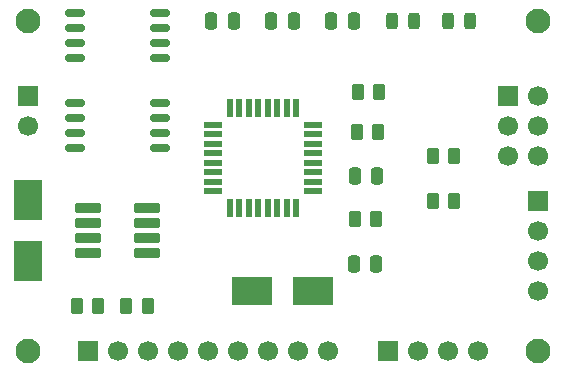
<source format=gbr>
%TF.GenerationSoftware,KiCad,Pcbnew,9.0.1*%
%TF.CreationDate,2025-04-10T12:08:20+02:00*%
%TF.ProjectId,MCU_datalogger,4d43555f-6461-4746-916c-6f676765722e,rev?*%
%TF.SameCoordinates,Original*%
%TF.FileFunction,Soldermask,Top*%
%TF.FilePolarity,Negative*%
%FSLAX46Y46*%
G04 Gerber Fmt 4.6, Leading zero omitted, Abs format (unit mm)*
G04 Created by KiCad (PCBNEW 9.0.1) date 2025-04-10 12:08:20*
%MOMM*%
%LPD*%
G01*
G04 APERTURE LIST*
G04 Aperture macros list*
%AMRoundRect*
0 Rectangle with rounded corners*
0 $1 Rounding radius*
0 $2 $3 $4 $5 $6 $7 $8 $9 X,Y pos of 4 corners*
0 Add a 4 corners polygon primitive as box body*
4,1,4,$2,$3,$4,$5,$6,$7,$8,$9,$2,$3,0*
0 Add four circle primitives for the rounded corners*
1,1,$1+$1,$2,$3*
1,1,$1+$1,$4,$5*
1,1,$1+$1,$6,$7*
1,1,$1+$1,$8,$9*
0 Add four rect primitives between the rounded corners*
20,1,$1+$1,$2,$3,$4,$5,0*
20,1,$1+$1,$4,$5,$6,$7,0*
20,1,$1+$1,$6,$7,$8,$9,0*
20,1,$1+$1,$8,$9,$2,$3,0*%
G04 Aperture macros list end*
%ADD10C,1.700000*%
%ADD11R,1.700000X1.700000*%
%ADD12RoundRect,0.250000X-0.262500X-0.450000X0.262500X-0.450000X0.262500X0.450000X-0.262500X0.450000X0*%
%ADD13R,1.600000X0.550000*%
%ADD14R,0.550000X1.600000*%
%ADD15RoundRect,0.250000X-0.250000X-0.475000X0.250000X-0.475000X0.250000X0.475000X-0.250000X0.475000X0*%
%ADD16R,2.400000X3.500000*%
%ADD17C,2.100000*%
%ADD18RoundRect,0.250000X0.262500X0.450000X-0.262500X0.450000X-0.262500X-0.450000X0.262500X-0.450000X0*%
%ADD19RoundRect,0.250000X0.250000X0.475000X-0.250000X0.475000X-0.250000X-0.475000X0.250000X-0.475000X0*%
%ADD20RoundRect,0.162500X-0.650000X-0.162500X0.650000X-0.162500X0.650000X0.162500X-0.650000X0.162500X0*%
%ADD21RoundRect,0.243750X-0.243750X-0.456250X0.243750X-0.456250X0.243750X0.456250X-0.243750X0.456250X0*%
%ADD22R,3.500000X2.400000*%
%ADD23RoundRect,0.099250X-0.987750X-0.297750X0.987750X-0.297750X0.987750X0.297750X-0.987750X0.297750X0*%
G04 APERTURE END LIST*
D10*
%TO.C,J1*%
X171450000Y-107950000D03*
X171450000Y-105410000D03*
X171450000Y-102870000D03*
D11*
X171450000Y-100330000D03*
%TD*%
D12*
%TO.C,R1*%
X136605000Y-109220000D03*
X138430000Y-109220000D03*
%TD*%
D13*
%TO.C,U4*%
X143944311Y-93907244D03*
X143944311Y-94707244D03*
X143944311Y-95507244D03*
X143944311Y-96307244D03*
X143944311Y-97107244D03*
X143944311Y-97907244D03*
X143944311Y-98707244D03*
X143944311Y-99507244D03*
D14*
X145394311Y-100957244D03*
X146194311Y-100957244D03*
X146994311Y-100957244D03*
X147794311Y-100957244D03*
X148594311Y-100957244D03*
X149394311Y-100957244D03*
X150194311Y-100957244D03*
X150994311Y-100957244D03*
D13*
X152444311Y-99507244D03*
X152444311Y-98707244D03*
X152444311Y-97907244D03*
X152444311Y-97107244D03*
X152444311Y-96307244D03*
X152444311Y-95507244D03*
X152444311Y-94707244D03*
X152444311Y-93907244D03*
D14*
X150994311Y-92457244D03*
X150194311Y-92457244D03*
X149394311Y-92457244D03*
X148594311Y-92457244D03*
X147794311Y-92457244D03*
X146994311Y-92457244D03*
X146194311Y-92457244D03*
X145394311Y-92457244D03*
%TD*%
D15*
%TO.C,C1*%
X143830000Y-85090000D03*
X145730000Y-85090000D03*
%TD*%
D16*
%TO.C,Y1*%
X128270000Y-105470000D03*
X128270000Y-100270000D03*
%TD*%
D17*
%TO.C,H1*%
X128270000Y-85090000D03*
%TD*%
D15*
%TO.C,C2*%
X155899520Y-105681421D03*
X157799520Y-105681421D03*
%TD*%
D18*
%TO.C,R3*%
X157953256Y-94543402D03*
X156128256Y-94543402D03*
%TD*%
D11*
%TO.C,J3*%
X158750000Y-113030000D03*
D10*
X161290000Y-113030000D03*
X163830000Y-113030000D03*
X166370000Y-113030000D03*
%TD*%
D12*
%TO.C,R4*%
X162560000Y-96520000D03*
X164385000Y-96520000D03*
%TD*%
D17*
%TO.C,H2*%
X171450000Y-85090000D03*
%TD*%
D19*
%TO.C,C4*%
X157865407Y-98211088D03*
X155965407Y-98211088D03*
%TD*%
D17*
%TO.C,H4*%
X171450000Y-113030000D03*
%TD*%
D18*
%TO.C,R2*%
X157799520Y-101871421D03*
X155974520Y-101871421D03*
%TD*%
D20*
%TO.C,U3*%
X132302500Y-92075000D03*
X132302500Y-93345000D03*
X132302500Y-94615000D03*
X132302500Y-95885000D03*
X139477500Y-95885000D03*
X139477500Y-94615000D03*
X139477500Y-93345000D03*
X139477500Y-92075000D03*
%TD*%
D18*
%TO.C,R5*%
X164385000Y-100330000D03*
X162560000Y-100330000D03*
%TD*%
D15*
%TO.C,C3*%
X148910000Y-85090000D03*
X150810000Y-85090000D03*
%TD*%
D18*
%TO.C,R7*%
X134262500Y-109220000D03*
X132437500Y-109220000D03*
%TD*%
D11*
%TO.C,BT1*%
X128270000Y-91440000D03*
D10*
X128270000Y-93980000D03*
%TD*%
D11*
%TO.C,J2*%
X133350000Y-113030000D03*
D10*
X135890000Y-113030000D03*
X138430000Y-113030000D03*
X140970000Y-113030000D03*
X143510000Y-113030000D03*
X146050000Y-113030000D03*
X148590000Y-113030000D03*
X151130000Y-113030000D03*
X153670000Y-113030000D03*
%TD*%
D21*
%TO.C,D1*%
X163874365Y-85111521D03*
X165749365Y-85111521D03*
%TD*%
D22*
%TO.C,Y2*%
X147260000Y-107950000D03*
X152460000Y-107950000D03*
%TD*%
D18*
%TO.C,R6*%
X158038807Y-91088604D03*
X156213807Y-91088604D03*
%TD*%
D17*
%TO.C,H3*%
X128270000Y-113030000D03*
%TD*%
D23*
%TO.C,U1*%
X133415000Y-100965000D03*
X133415000Y-102235000D03*
X133415000Y-103505000D03*
X133415000Y-104775000D03*
X138365000Y-104775000D03*
X138365000Y-103505000D03*
X138365000Y-102235000D03*
X138365000Y-100965000D03*
%TD*%
D19*
%TO.C,C5*%
X155890000Y-85090000D03*
X153990000Y-85090000D03*
%TD*%
D20*
%TO.C,U2*%
X132302500Y-84455000D03*
X132302500Y-85725000D03*
X132302500Y-86995000D03*
X132302500Y-88265000D03*
X139477500Y-88265000D03*
X139477500Y-86995000D03*
X139477500Y-85725000D03*
X139477500Y-84455000D03*
%TD*%
D21*
%TO.C,D2*%
X159082500Y-85090000D03*
X160957500Y-85090000D03*
%TD*%
D11*
%TO.C,J4*%
X168910000Y-91440000D03*
D10*
X171450000Y-91440000D03*
X168910000Y-93980000D03*
X171450000Y-93980000D03*
X168910000Y-96520000D03*
X171450000Y-96520000D03*
%TD*%
M02*

</source>
